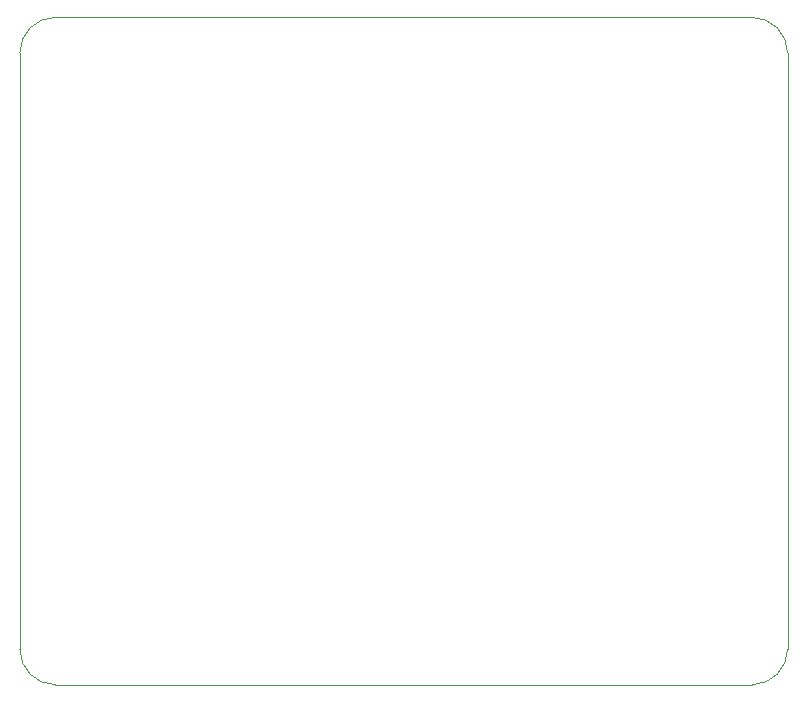
<source format=gm1>
G04 #@! TF.GenerationSoftware,KiCad,Pcbnew,8.0.6-8.0.6-0~ubuntu22.04.1*
G04 #@! TF.CreationDate,2024-11-13T10:01:41+01:00*
G04 #@! TF.ProjectId,INA228_hat,494e4132-3238-45f6-9861-742e6b696361,rev?*
G04 #@! TF.SameCoordinates,Original*
G04 #@! TF.FileFunction,Profile,NP*
%FSLAX46Y46*%
G04 Gerber Fmt 4.6, Leading zero omitted, Abs format (unit mm)*
G04 Created by KiCad (PCBNEW 8.0.6-8.0.6-0~ubuntu22.04.1) date 2024-11-13 10:01:41*
%MOMM*%
%LPD*%
G01*
G04 APERTURE LIST*
G04 #@! TA.AperFunction,Profile*
%ADD10C,0.100000*%
G04 #@! TD*
G04 APERTURE END LIST*
D10*
X162000000Y-43500000D02*
X103000000Y-43500000D01*
X165000000Y-97000000D02*
X165000000Y-46500000D01*
X100000000Y-46500000D02*
X100000000Y-63000000D01*
X100000000Y-46500000D02*
G75*
G02*
X103000000Y-43500000I3000000J0D01*
G01*
X162000000Y-43500000D02*
G75*
G02*
X165000000Y-46500000I0J-3000000D01*
G01*
X103000000Y-100000000D02*
G75*
G02*
X100000000Y-97000000I0J3000000D01*
G01*
X103000000Y-100000000D02*
X162000000Y-100000000D01*
X165000000Y-97000000D02*
G75*
G02*
X162000000Y-100000000I-3000000J0D01*
G01*
X100000000Y-63000000D02*
X100000000Y-97000000D01*
M02*

</source>
